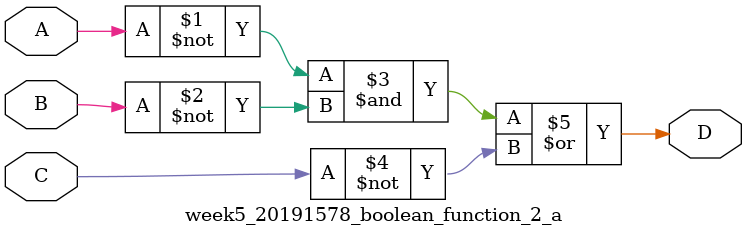
<source format=v>
`timescale 1ns / 1ps


module week5_20191578_boolean_function_2_a(
    input A,
    input B,
    input C,
    output D
    );
    assign D = ((~A) & (~B)) | (~C);
endmodule

</source>
